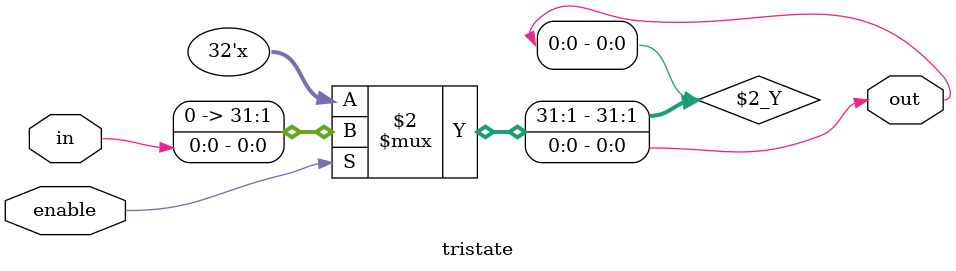
<source format=v>

module tristate
(
  in,
  enable,
  out
);

  input in;
  input enable;
  output out;

  assign out = enable?in:'bz;
endmodule
</source>
